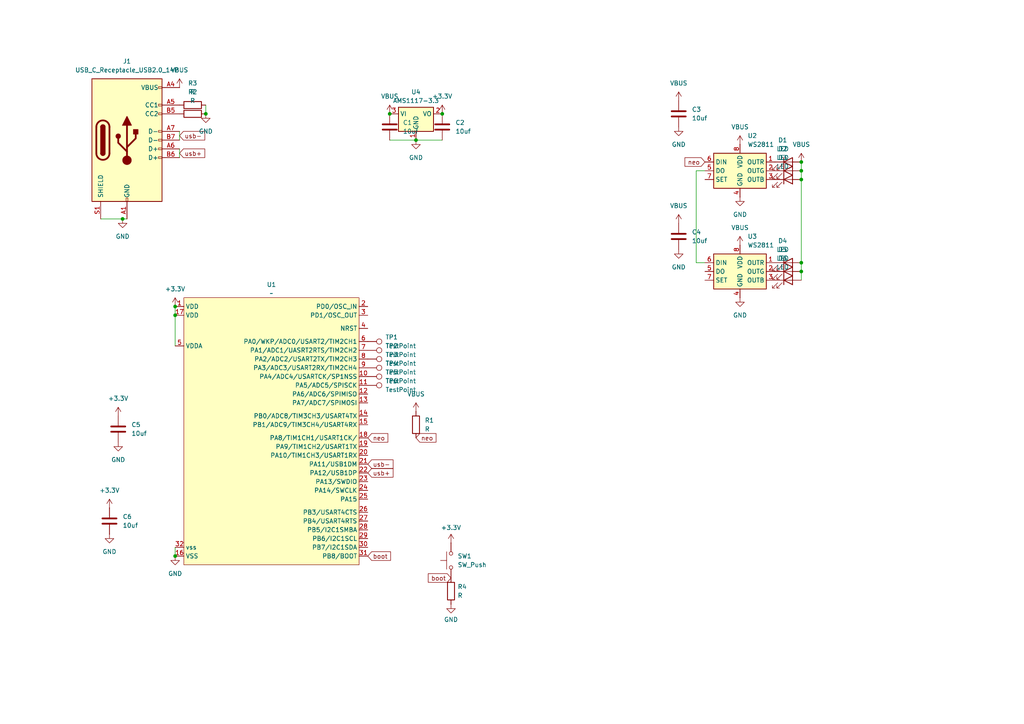
<source format=kicad_sch>
(kicad_sch (version 20231120) (generator "eeschema") (generator_version "8.0")
  (paper "A4")
  (lib_symbols
    (symbol "Connector:TestPoint" (pin_numbers hide) (pin_names (offset 0.762) hide)
      (property "Reference" "TP" (at 0 6.858 0))
      (property "Value" "TestPoint" (at 0 5.08 0))
      (symbol "TestPoint_0_1"
        (circle (center 0 3.302) (radius 0.762))
      )
      (symbol "TestPoint_1_1"
        (pin passive line (at 0 0 90) (length 2.54) (name "1") (number "1"))
      )
    )
    (symbol "Connector:USB_C_Receptacle_USB2.0_14P" (pin_names (offset 1.016))
      (property "Reference" "J" (at 0 22.225 0))
      (property "Value" "USB_C_Receptacle_USB2.0_14P" (at 0 19.685 0))
      (symbol "USB_C_Receptacle_USB2.0_14P_0_0"
        (rectangle (start -0.254 -17.78) (end 0.254 -16.764))
        (rectangle (start 10.16 -4.826) (end 9.144 -5.334))
        (rectangle (start 10.16 -2.286) (end 9.144 -2.794))
        (rectangle (start 10.16 0.254) (end 9.144 -0.254))
        (rectangle (start 10.16 2.794) (end 9.144 2.286))
        (rectangle (start 10.16 7.874) (end 9.144 7.366))
        (rectangle (start 10.16 10.414) (end 9.144 9.906))
        (rectangle (start 10.16 15.494) (end 9.144 14.986))
      )
      (symbol "USB_C_Receptacle_USB2.0_14P_0_1"
        (rectangle (start -10.16 17.78) (end 10.16 -17.78) (stroke (width 0.254)) (fill (type background)))
        (arc (start -8.89 -3.81) (mid -6.985 -5.7067) (end -5.08 -3.81) (stroke (width 0.508)))
        (arc (start -7.62 -3.81) (mid -6.985 -4.4423) (end -6.35 -3.81) (stroke (width 0.254)))
        (arc (start -7.62 -3.81) (mid -6.985 -4.4423) (end -6.35 -3.81) (stroke (width 0.254)) (fill (type outline)))
        (rectangle (start -7.62 -3.81) (end -6.35 3.81) (stroke (width 0.254)) (fill (type outline)))
        (arc (start -6.35 3.81) (mid -6.985 4.4423) (end -7.62 3.81) (stroke (width 0.254)))
        (arc (start -6.35 3.81) (mid -6.985 4.4423) (end -7.62 3.81) (stroke (width 0.254)) (fill (type outline)))
        (arc (start -5.08 3.81) (mid -6.985 5.7067) (end -8.89 3.81) (stroke (width 0.508)))
        (circle (center -2.54 1.143) (radius 0.635) (stroke (width 0.254)) (fill (type outline)))
        (circle (center 0 -5.842) (radius 1.27) (fill (type outline)))
        (polyline (pts (xy -8.89 -3.81) (xy -8.89 3.81)) (stroke (width 0.508)))
        (polyline (pts (xy -5.08 3.81) (xy -5.08 -3.81)) (stroke (width 0.508)))
        (polyline (pts (xy 0 -5.842) (xy 0 4.318)) (stroke (width 0.508)))
        (polyline (pts (xy 0 -3.302) (xy -2.54 -0.762) (xy -2.54 0.508)) (stroke (width 0.508)))
        (polyline (pts (xy 0 -2.032) (xy 2.54 0.508) (xy 2.54 1.778)) (stroke (width 0.508)))
        (polyline (pts (xy -1.27 4.318) (xy 0 6.858) (xy 1.27 4.318) (xy -1.27 4.318)) (stroke (width 0.254)) (fill (type outline)))
        (rectangle (start 1.905 1.778) (end 3.175 3.048) (stroke (width 0.254)) (fill (type outline)))
      )
      (symbol "USB_C_Receptacle_USB2.0_14P_1_1"
        (pin passive line (at 0 -22.86 90) (length 5.08) (name "GND") (number "A1"))
        (pin passive line (at 0 -22.86 90) (length 5.08) hide (name "GND") (number "A12"))
        (pin passive line (at 15.24 15.24 180) (length 5.08) (name "VBUS") (number "A4"))
        (pin bidirectional line (at 15.24 10.16 180) (length 5.08) (name "CC1") (number "A5"))
        (pin bidirectional line (at 15.24 -2.54 180) (length 5.08) (name "D+") (number "A6"))
        (pin bidirectional line (at 15.24 2.54 180) (length 5.08) (name "D-") (number "A7"))
        (pin passive line (at 15.24 15.24 180) (length 5.08) hide (name "VBUS") (number "A9"))
        (pin passive line (at 0 -22.86 90) (length 5.08) hide (name "GND") (number "B1"))
        (pin passive line (at 0 -22.86 90) (length 5.08) hide (name "GND") (number "B12"))
        (pin passive line (at 15.24 15.24 180) (length 5.08) hide (name "VBUS") (number "B4"))
        (pin bidirectional line (at 15.24 7.62 180) (length 5.08) (name "CC2") (number "B5"))
        (pin bidirectional line (at 15.24 -5.08 180) (length 5.08) (name "D+") (number "B6"))
        (pin bidirectional line (at 15.24 0 180) (length 5.08) (name "D-") (number "B7"))
        (pin passive line (at 15.24 15.24 180) (length 5.08) hide (name "VBUS") (number "B9"))
        (pin passive line (at -7.62 -22.86 90) (length 5.08) (name "SHIELD") (number "S1"))
      )
    )
    (symbol "Device:C" (pin_numbers hide) (pin_names (offset 0.254))
      (property "Reference" "C" (at 0.635 2.54 0))
      (property "Value" "C" (at 0.635 -2.54 0))
      (symbol "C_0_1"
        (polyline (pts (xy -2.032 -0.762) (xy 2.032 -0.762)) (stroke (width 0.508)))
        (polyline (pts (xy -2.032 0.762) (xy 2.032 0.762)) (stroke (width 0.508)))
      )
      (symbol "C_1_1"
        (pin passive line (at 0 3.81 270) (length 2.794) (name "~") (number "1"))
        (pin passive line (at 0 -3.81 90) (length 2.794) (name "~") (number "2"))
      )
    )
    (symbol "Device:LED" (pin_numbers hide) (pin_names (offset 1.016) hide)
      (property "Reference" "D" (at 0 2.54 0))
      (property "Value" "LED" (at 0 -2.54 0))
      (symbol "LED_0_1"
        (polyline (pts (xy -1.27 -1.27) (xy -1.27 1.27)) (stroke (width 0.254)))
        (polyline (pts (xy -1.27 0) (xy 1.27 0)))
        (polyline (pts (xy 1.27 -1.27) (xy 1.27 1.27) (xy -1.27 0) (xy 1.27 -1.27)) (stroke (width 0.254)))
        (polyline (pts (xy -3.048 -0.762) (xy -4.572 -2.286) (xy -3.81 -2.286) (xy -4.572 -2.286) (xy -4.572 -1.524)))
        (polyline (pts (xy -1.778 -0.762) (xy -3.302 -2.286) (xy -2.54 -2.286) (xy -3.302 -2.286) (xy -3.302 -1.524)))
      )
      (symbol "LED_1_1"
        (pin passive line (at -3.81 0 0) (length 2.54) (name "K") (number "1"))
        (pin passive line (at 3.81 0 180) (length 2.54) (name "A") (number "2"))
      )
    )
    (symbol "Device:R" (pin_numbers hide) (pin_names (offset 0))
      (property "Reference" "R" (at 2.032 0 90))
      (property "Value" "R" (at 0 0 90))
      (symbol "R_0_1"
        (rectangle (start -1.016 -2.54) (end 1.016 2.54) (stroke (width 0.254)))
      )
      (symbol "R_1_1"
        (pin passive line (at 0 3.81 270) (length 1.27) (name "~") (number "1"))
        (pin passive line (at 0 -3.81 90) (length 1.27) (name "~") (number "2"))
      )
    )
    (symbol "Driver_LED:WS2811"
      (property "Reference" "U" (at -6.35 6.35 0))
      (property "Value" "WS2811" (at 5.08 6.35 0))
      (symbol "WS2811_0_1"
        (rectangle (start -7.62 5.08) (end 7.62 -5.08) (stroke (width 0.254)) (fill (type background)))
      )
      (symbol "WS2811_1_1"
        (pin output line (at 10.16 2.54 180) (length 2.54) (name "OUTR") (number "1"))
        (pin output line (at 10.16 0 180) (length 2.54) (name "OUTG") (number "2"))
        (pin output line (at 10.16 -2.54 180) (length 2.54) (name "OUTB") (number "3"))
        (pin power_in line (at 0 -7.62 90) (length 2.54) (name "GND") (number "4"))
        (pin output line (at -10.16 0 0) (length 2.54) (name "DO") (number "5"))
        (pin input line (at -10.16 2.54 0) (length 2.54) (name "DIN") (number "6"))
        (pin input line (at -10.16 -2.54 0) (length 2.54) (name "SET") (number "7"))
        (pin power_in line (at 0 7.62 270) (length 2.54) (name "VDD") (number "8"))
      )
    )
    (symbol "Regulator_Linear:AMS1117-3.3"
      (property "Reference" "U" (at -3.81 3.175 0))
      (property "Value" "AMS1117-3.3" (at 0 3.175 0))
      (symbol "AMS1117-3.3_0_1"
        (rectangle (start -5.08 -5.08) (end 5.08 1.905) (stroke (width 0.254)) (fill (type background)))
      )
      (symbol "AMS1117-3.3_1_1"
        (pin power_in line (at 0 -7.62 90) (length 2.54) (name "GND") (number "1"))
        (pin power_out line (at 7.62 0 180) (length 2.54) (name "VO") (number "2"))
        (pin power_in line (at -7.62 0 0) (length 2.54) (name "VI") (number "3"))
      )
    )
    (symbol "Switch:SW_Push" (pin_numbers hide) (pin_names (offset 1.016) hide)
      (property "Reference" "SW" (at 1.27 2.54 0))
      (property "Value" "SW_Push" (at 0 -1.524 0))
      (symbol "SW_Push_0_1"
        (circle (center -2.032 0) (radius 0.508))
        (polyline (pts (xy 0 1.27) (xy 0 3.048)))
        (polyline (pts (xy 2.54 1.27) (xy -2.54 1.27)))
        (circle (center 2.032 0) (radius 0.508))
        (pin passive line (at -5.08 0 0) (length 2.54) (name "1") (number "1"))
        (pin passive line (at 5.08 0 180) (length 2.54) (name "2") (number "2"))
      )
    )
    (symbol "ch32v203:CH32V203KxT"
      (property "Reference" "U" (at 0 16.51 0))
      (symbol "CH32V203KxT_1_1"
        (rectangle (start -25.4 36.83) (end 25.4 -40.64) (fill (type background)))
        (pin power_in line (at -27.94 34.29 0) (length 2.54) (name "VDD") (number "1"))
        (pin bidirectional line (at 27.94 13.97 180) (length 2.54) (name "PA4/ADC4/USARTCK/SP1NSS") (number "10"))
        (pin bidirectional line (at 27.94 11.43 180) (length 2.54) (name "PA5/ADC5/SPISCK") (number "11"))
        (pin bidirectional line (at 27.94 8.89 180) (length 2.54) (name "PA6/ADC6/SPIMISO") (number "12"))
        (pin bidirectional line (at 27.94 6.35 180) (length 2.54) (name "PA7/ADC7/SPIMOSI") (number "13"))
        (pin bidirectional line (at 27.94 2.54 180) (length 2.54) (name "PB0/ADC8/TIM3CH3/USART4TX") (number "14"))
        (pin bidirectional line (at 27.94 0 180) (length 2.54) (name "PB1/ADC9/TIM3CH4/USART4RX") (number "15"))
        (pin power_in line (at -27.94 -38.1 0) (length 2.54) (name "VSS") (number "16"))
        (pin power_in line (at -27.94 31.75 0) (length 2.54) (name "VDD") (number "17"))
        (pin bidirectional line (at 27.94 -3.81 180) (length 2.54) (name "PA8/TIM1CH1/USART1CK/") (number "18"))
        (pin bidirectional line (at 27.94 -6.35 180) (length 2.54) (name "PA9/TIM1CH2/USART1TX") (number "19"))
        (pin bidirectional line (at 27.94 34.29 180) (length 2.54) (name "PD0/OSC_IN") (number "2"))
        (pin bidirectional line (at 27.94 -8.89 180) (length 2.54) (name "PA10/TIM1CH3/USART1RX") (number "20"))
        (pin bidirectional line (at 27.94 -11.43 180) (length 2.54) (name "PA11/USB1DM") (number "21"))
        (pin bidirectional line (at 27.94 -13.97 180) (length 2.54) (name "PA12/USB1DP") (number "22"))
        (pin bidirectional line (at 27.94 -16.51 180) (length 2.54) (name "PA13/SWDIO") (number "23"))
        (pin bidirectional line (at 27.94 -19.05 180) (length 2.54) (name "PA14/SWCLK") (number "24"))
        (pin bidirectional line (at 27.94 -21.59 180) (length 2.54) (name "PA15") (number "25"))
        (pin bidirectional line (at 27.94 -25.4 180) (length 2.54) (name "PB3/USART4CTS") (number "26"))
        (pin bidirectional line (at 27.94 -27.94 180) (length 2.54) (name "PB4/USART4RTS") (number "27"))
        (pin bidirectional line (at 27.94 -30.48 180) (length 2.54) (name "PB5/I2C1SMBA") (number "28"))
        (pin bidirectional line (at 27.94 -33.02 180) (length 2.54) (name "PB6/I2C1SCL") (number "29"))
        (pin bidirectional line (at 27.94 31.75 180) (length 2.54) (name "PD1/OSC_OUT") (number "3"))
        (pin bidirectional line (at 27.94 -35.56 180) (length 2.54) (name "PB7/I2C1SDA") (number "30"))
        (pin bidirectional line (at 27.94 -38.1 180) (length 2.54) (name "PB8/BOOT") (number "31"))
        (pin power_in line (at -27.94 -35.56 0) (length 2.54) (name "vss") (number "32"))
        (pin bidirectional line (at 27.94 27.94 180) (length 2.54) (name "NRST") (number "4"))
        (pin power_in line (at -27.94 22.86 0) (length 2.54) (name "VDDA") (number "5"))
        (pin bidirectional line (at 27.94 24.13 180) (length 2.54) (name "PA0/WKP/ADC0/USART2/TIM2CH1") (number "6"))
        (pin bidirectional line (at 27.94 21.59 180) (length 2.54) (name "PA1/ADC1/UASRT2RTS/TIM2CH2") (number "7"))
        (pin bidirectional line (at 27.94 19.05 180) (length 2.54) (name "PA2/ADC2/USART2TX/TIM2CH3") (number "8"))
        (pin bidirectional line (at 27.94 16.51 180) (length 2.54) (name "PA3/ADC3/USART2RX/TIM2CH4") (number "9"))
      )
    )
    (symbol "power:+3.3V" (power) (pin_numbers hide) (pin_names (offset 0) hide)
      (property "Value" "+3.3V" (at 0 3.556 0))
      (symbol "+3.3V_0_1"
        (polyline (pts (xy -0.762 1.27) (xy 0 2.54)))
        (polyline (pts (xy 0 0) (xy 0 2.54)))
        (polyline (pts (xy 0 2.54) (xy 0.762 1.27)))
      )
      (symbol "+3.3V_1_1"
        (pin power_in line (at 0 0 90) (length 0) (name "~") (number "1"))
      )
    )
    (symbol "power:GND" (power) (pin_numbers hide) (pin_names (offset 0) hide)
      (property "Value" "GND" (at 0 -3.81 0))
      (symbol "GND_0_1"
        (polyline (pts (xy 0 0) (xy 0 -1.27) (xy 1.27 -1.27) (xy 0 -2.54) (xy -1.27 -1.27) (xy 0 -1.27)))
      )
      (symbol "GND_1_1"
        (pin power_in line (at 0 0 270) (length 0) (name "~") (number "1"))
      )
    )
    (symbol "power:VBUS" (power) (pin_numbers hide) (pin_names (offset 0) hide)
      (property "Value" "VBUS" (at 0 3.556 0))
      (symbol "VBUS_0_1"
        (polyline (pts (xy -0.762 1.27) (xy 0 2.54)))
        (polyline (pts (xy 0 0) (xy 0 2.54)))
        (polyline (pts (xy 0 2.54) (xy 0.762 1.27)))
      )
      (symbol "VBUS_1_1"
        (pin power_in line (at 0 0 90) (length 0) (name "~") (number "1"))
      )
    )
  )
  (junction (at 50.8 161.29))
  (junction (at 232.41 46.99))
  (junction (at 50.8 91.44))
  (junction (at 113.03 33.02))
  (junction (at 232.41 49.53))
  (junction (at 128.27 33.02))
  (junction (at 35.56 63.5))
  (junction (at 59.69 33.02))
  (junction (at 50.8 88.9))
  (junction (at 120.65 40.64))
  (junction (at 232.41 76.2))
  (junction (at 232.41 52.07))
  (junction (at 232.41 78.74))
  (wire (pts (xy 232.41 46.99) (xy 232.41 49.53)))
  (wire (pts (xy 120.65 40.64) (xy 128.27 40.64)))
  (wire (pts (xy 232.41 49.53) (xy 232.41 52.07)))
  (wire (pts (xy 59.69 30.48) (xy 59.69 33.02)))
  (wire (pts (xy 204.47 49.53) (xy 201.93 49.53)))
  (wire (pts (xy 232.41 78.74) (xy 232.41 81.28)))
  (wire (pts (xy 29.21 63.5) (xy 35.56 63.5)))
  (wire (pts (xy 201.93 49.53) (xy 201.93 76.2)))
  (wire (pts (xy 52.07 43.18) (xy 52.07 45.72)))
  (wire (pts (xy 50.8 91.44) (xy 50.8 100.33)))
  (wire (pts (xy 232.41 76.2) (xy 232.41 78.74)))
  (wire (pts (xy 50.8 88.9) (xy 50.8 91.44)))
  (wire (pts (xy 52.07 38.1) (xy 52.07 40.64)))
  (wire (pts (xy 232.41 52.07) (xy 232.41 76.2)))
  (wire (pts (xy 113.03 40.64) (xy 120.65 40.64)))
  (wire (pts (xy 201.93 76.2) (xy 204.47 76.2)))
  (wire (pts (xy 35.56 63.5) (xy 36.83 63.5)))
  (wire (pts (xy 50.8 158.75) (xy 50.8 161.29)))
  (global_label "boot" (shape input) (at 130.81 167.64 180) (property "Intersheetrefs" "${INTERSHEET_REFS}" (effects (hide yes))))
  (global_label "neo" (shape input) (at 120.65 127 0) (property "Intersheetrefs" "${INTERSHEET_REFS}" (effects (hide yes))))
  (global_label "usb+" (shape input) (at 106.68 137.16 0) (property "Intersheetrefs" "${INTERSHEET_REFS}" (effects (hide yes))))
  (global_label "neo" (shape input) (at 106.68 127 0) (property "Intersheetrefs" "${INTERSHEET_REFS}" (effects (hide yes))))
  (global_label "usb-" (shape input) (at 52.07 39.37 0) (property "Intersheetrefs" "${INTERSHEET_REFS}" (effects (hide yes))))
  (global_label "usb+" (shape input) (at 52.07 44.45 0) (property "Intersheetrefs" "${INTERSHEET_REFS}" (effects (hide yes))))
  (global_label "usb-" (shape input) (at 106.68 134.62 0) (property "Intersheetrefs" "${INTERSHEET_REFS}" (effects (hide yes))))
  (global_label "boot" (shape input) (at 106.68 161.29 0) (property "Intersheetrefs" "${INTERSHEET_REFS}" (effects (hide yes))))
  (global_label "neo" (shape input) (at 204.47 46.99 180) (property "Intersheetrefs" "${INTERSHEET_REFS}" (effects (hide yes))))
  (symbol (lib_id "power:VBUS") (at 214.63 41.91 0) (unit 1)
    (property "Reference" "#PWR016" (effects (hide yes)))
    (property "Value" "VBUS" (at 214.63 36.83 0))
    (property "Description" "Power symbol creates a global label with name \"VBUS\"" (effects (hide yes)))
  )
  (symbol (lib_id "Switch:SW_Push") (at 130.81 162.56 90) (unit 1)
    (property "Reference" "SW1" (at 132.715 161.29 90) (effects (justify right)))
    (property "Value" "SW_Push" (at 132.715 163.83 90) (effects (justify right)))
    (property "Footprint" "Button_Switch_THT:SW_PUSH_6mm" (effects (hide yes)))
  )
  (symbol (lib_id "Connector:TestPoint") (at 106.68 111.76 270) (unit 1)
    (property "Reference" "TP6" (at 111.76 110.4899 90) (effects (justify left)))
    (property "Value" "TestPoint" (at 111.76 113.0299 90) (effects (justify left)))
    (property "Footprint" "custom:TestPoint_Pad_1.0x1.0mm_W_SOLDERMASK" (effects (hide yes)))
    (property "Description" "test point" (effects (hide yes)))
  )
  (symbol (lib_id "Regulator_Linear:AMS1117-3.3") (at 120.65 33.02 0) (unit 1)
    (property "Reference" "U4" (at 120.65 26.67 0))
    (property "Value" "AMS1117-3.3" (at 120.65 29.21 0))
    (property "Footprint" "Package_TO_SOT_SMD:SOT-223-3_TabPin2" (effects (hide yes)))
    (property "Datasheet" "http://www.advanced-monolithic.com/pdf/ds1117.pdf" (effects (hide yes)))
    (property "Description" "1A Low Dropout regulator, positive, 3.3V fixed output, SOT-223" (effects (hide yes)))
  )
  (symbol (lib_id "Device:C") (at 31.75 151.13 0) (unit 1)
    (property "Reference" "C6" (at 35.56 149.8599 0) (effects (justify left)))
    (property "Value" "10uf" (at 35.56 152.3999 0) (effects (justify left)))
    (property "Footprint" "Capacitor_SMD:C_1206_3216Metric_Pad1.33x1.80mm_HandSolder" (effects (hide yes)))
    (property "Description" "Unpolarized capacitor" (effects (hide yes)))
  )
  (symbol (lib_id "power:VBUS") (at 120.65 119.38 0) (unit 1)
    (property "Reference" "#PWR018" (effects (hide yes)))
    (property "Value" "VBUS" (at 120.65 114.3 0))
    (property "Description" "Power symbol creates a global label with name \"VBUS\"" (effects (hide yes)))
  )
  (symbol (lib_id "Connector:TestPoint") (at 106.68 99.06 270) (unit 1)
    (property "Reference" "TP1" (at 111.76 97.7899 90) (effects (justify left)))
    (property "Value" "TestPoint" (at 111.76 100.3299 90) (effects (justify left)))
    (property "Footprint" "custom:TestPoint_Pad_1.0x1.0mm_W_SOLDERMASK" (effects (hide yes)))
    (property "Description" "test point" (effects (hide yes)))
  )
  (symbol (lib_id "power:VBUS") (at 196.85 29.21 0) (unit 1)
    (property "Reference" "#PWR014" (effects (hide yes)))
    (property "Value" "VBUS" (at 196.85 24.13 0))
    (property "Description" "Power symbol creates a global label with name \"VBUS\"" (effects (hide yes)))
  )
  (symbol (lib_id "power:GND") (at 214.63 57.15 0) (unit 1)
    (property "Reference" "#PWR012" (effects (hide yes)))
    (property "Value" "GND" (at 214.63 62.23 0))
    (property "Description" "Power symbol creates a global label with name \"GND\" , ground" (effects (hide yes)))
  )
  (symbol (lib_id "power:VBUS") (at 52.07 25.4 0) (unit 1)
    (property "Reference" "#PWR03" (effects (hide yes)))
    (property "Value" "VBUS" (at 52.07 20.32 0))
    (property "Description" "Power symbol creates a global label with name \"VBUS\"" (effects (hide yes)))
  )
  (symbol (lib_id "Device:R") (at 120.65 123.19 0) (unit 1)
    (property "Reference" "R1" (at 123.19 121.9199 0) (effects (justify left)))
    (property "Value" "R" (at 123.19 124.4599 0) (effects (justify left)))
    (property "Footprint" "Resistor_SMD:R_1206_3216Metric_Pad1.30x1.75mm_HandSolder" (effects (hide yes)))
    (property "Description" "Resistor" (effects (hide yes)))
  )
  (symbol (lib_id "power:VBUS") (at 214.63 71.12 0) (unit 1)
    (property "Reference" "#PWR017" (effects (hide yes)))
    (property "Value" "VBUS" (at 214.63 66.04 0))
    (property "Description" "Power symbol creates a global label with name \"VBUS\"" (effects (hide yes)))
  )
  (symbol (lib_id "power:GND") (at 196.85 36.83 0) (unit 1)
    (property "Reference" "#PWR013" (effects (hide yes)))
    (property "Value" "GND" (at 196.85 41.91 0))
    (property "Description" "Power symbol creates a global label with name \"GND\" , ground" (effects (hide yes)))
  )
  (symbol (lib_id "Device:LED") (at 228.6 52.07 0) (unit 1)
    (property "Reference" "D3" (at 227.0125 45.72 0))
    (property "Value" "LED" (at 227.0125 48.26 0))
    (property "Footprint" "LED_SMD:LED_1206_3216Metric_Pad1.42x1.75mm_HandSolder" (effects (hide yes)))
    (property "Description" "Light emitting diode" (effects (hide yes)))
  )
  (symbol (lib_id "Driver_LED:WS2811") (at 214.63 78.74 0) (unit 1)
    (property "Reference" "U3" (at 216.8241 68.58 0) (effects (justify left)))
    (property "Value" "WS2811" (at 216.8241 71.12 0) (effects (justify left)))
    (property "Footprint" "Package_SO:SO-8_3.9x4.9mm_P1.27mm" (effects (hide yes)))
    (property "Datasheet" "https://cdn-shop.adafruit.com/datasheets/WS2811.pdf" (effects (hide yes)))
    (property "Description" "3-Channel 8-Bit PWM LED Driver, DIP-8/SOIC-8" (effects (hide yes)))
  )
  (symbol (lib_id "Device:LED") (at 228.6 76.2 0) (unit 1)
    (property "Reference" "D4" (at 227.0125 69.85 0))
    (property "Value" "LED" (at 227.0125 72.39 0))
    (property "Footprint" "LED_SMD:LED_1206_3216Metric_Pad1.42x1.75mm_HandSolder" (effects (hide yes)))
    (property "Description" "Light emitting diode" (effects (hide yes)))
  )
  (symbol (lib_id "Connector:TestPoint") (at 106.68 109.22 270) (unit 1)
    (property "Reference" "TP5" (at 111.76 107.9499 90) (effects (justify left)))
    (property "Value" "TestPoint" (at 111.76 110.4899 90) (effects (justify left)))
    (property "Footprint" "custom:TestPoint_Pad_1.0x1.0mm_W_SOLDERMASK" (effects (hide yes)))
    (property "Description" "test point" (effects (hide yes)))
  )
  (symbol (lib_id "Connector:TestPoint") (at 106.68 106.68 270) (unit 1)
    (property "Reference" "TP4" (at 111.76 105.4099 90) (effects (justify left)))
    (property "Value" "TestPoint" (at 111.76 107.9499 90) (effects (justify left)))
    (property "Footprint" "custom:TestPoint_Pad_1.0x1.0mm_W_SOLDERMASK" (effects (hide yes)))
    (property "Description" "test point" (effects (hide yes)))
  )
  (symbol (lib_id "power:VBUS") (at 113.03 33.02 0) (unit 1)
    (property "Reference" "#PWR04" (effects (hide yes)))
    (property "Value" "VBUS" (at 113.03 27.94 0))
    (property "Description" "Power symbol creates a global label with name \"VBUS\"" (effects (hide yes)))
  )
  (symbol (lib_id "power:+3.3V") (at 34.29 120.65 0) (unit 1)
    (property "Reference" "#PWR08" (effects (hide yes)))
    (property "Value" "+3.3V" (at 34.29 115.57 0))
    (property "Description" "Power symbol creates a global label with name \"+3.3V\"" (effects (hide yes)))
  )
  (symbol (lib_id "Device:LED") (at 228.6 46.99 0) (unit 1)
    (property "Reference" "D1" (at 227.0125 40.64 0))
    (property "Value" "LED" (at 227.0125 43.18 0))
    (property "Footprint" "LED_SMD:LED_1206_3216Metric_Pad1.42x1.75mm_HandSolder" (effects (hide yes)))
    (property "Description" "Light emitting diode" (effects (hide yes)))
  )
  (symbol (lib_id "Connector:TestPoint") (at 106.68 101.6 270) (unit 1)
    (property "Reference" "TP2" (at 111.76 100.3299 90) (effects (justify left)))
    (property "Value" "TestPoint" (at 111.76 102.8699 90) (effects (justify left)))
    (property "Footprint" "custom:TestPoint_Pad_1.0x1.0mm_W_SOLDERMASK" (effects (hide yes)))
    (property "Description" "test point" (effects (hide yes)))
  )
  (symbol (lib_id "Device:C") (at 196.85 33.02 0) (unit 1)
    (property "Reference" "C3" (at 200.66 31.7499 0) (effects (justify left)))
    (property "Value" "10uf" (at 200.66 34.2899 0) (effects (justify left)))
    (property "Footprint" "Capacitor_SMD:C_1206_3216Metric_Pad1.33x1.80mm_HandSolder" (effects (hide yes)))
    (property "Description" "Unpolarized capacitor" (effects (hide yes)))
  )
  (symbol (lib_id "Connector:USB_C_Receptacle_USB2.0_14P") (at 36.83 40.64 0) (unit 1)
    (property "Reference" "J1" (at 36.83 17.78 0))
    (property "Value" "USB_C_Receptacle_USB2.0_14P" (at 36.83 20.32 0))
    (property "Footprint" "Connector_USB:USB_C_Receptacle_GCT_USB4105-xx-A_16P_TopMnt_Horizontal" (effects (hide yes)))
    (property "Datasheet" "https://www.usb.org/sites/default/files/documents/usb_type-c.zip" (effects (hide yes)))
    (property "Description" "USB 2.0-only 14P Type-C Receptacle connector" (effects (hide yes)))
  )
  (symbol (lib_id "Device:C") (at 113.03 36.83 0) (unit 1)
    (property "Reference" "C1" (at 116.84 35.5599 0) (effects (justify left)))
    (property "Value" "10uf" (at 116.84 38.0999 0) (effects (justify left)))
    (property "Footprint" "Capacitor_SMD:C_1206_3216Metric_Pad1.33x1.80mm_HandSolder" (effects (hide yes)))
    (property "Description" "Unpolarized capacitor" (effects (hide yes)))
  )
  (symbol (lib_id "Device:R") (at 55.88 30.48 270) (unit 1)
    (property "Reference" "R3" (at 55.88 24.13 90))
    (property "Value" "R" (at 55.88 26.67 90))
    (property "Footprint" "Resistor_SMD:R_1206_3216Metric_Pad1.30x1.75mm_HandSolder" (effects (hide yes)))
    (property "Description" "Resistor" (effects (hide yes)))
  )
  (symbol (lib_id "power:GND") (at 130.81 175.26 0) (unit 1)
    (property "Reference" "#PWR024" (effects (hide yes)))
    (property "Value" "GND" (at 130.81 179.705 0))
  )
  (symbol (lib_id "Device:R") (at 55.88 33.02 270) (unit 1)
    (property "Reference" "R2" (at 55.88 26.67 90))
    (property "Value" "R" (at 55.88 29.21 90))
    (property "Footprint" "Resistor_SMD:R_1206_3216Metric_Pad1.30x1.75mm_HandSolder" (effects (hide yes)))
    (property "Description" "Resistor" (effects (hide yes)))
  )
  (symbol (lib_id "power:VBUS") (at 232.41 46.99 0) (unit 1)
    (property "Reference" "#PWR022" (effects (hide yes)))
    (property "Value" "VBUS" (at 232.41 41.91 0))
    (property "Description" "Power symbol creates a global label with name \"VBUS\"" (effects (hide yes)))
  )
  (symbol (lib_id "Device:C") (at 128.27 36.83 0) (unit 1)
    (property "Reference" "C2" (at 132.08 35.5599 0) (effects (justify left)))
    (property "Value" "10uf" (at 132.08 38.0999 0) (effects (justify left)))
    (property "Footprint" "Capacitor_SMD:C_1206_3216Metric_Pad1.33x1.80mm_HandSolder" (effects (hide yes)))
    (property "Description" "Unpolarized capacitor" (effects (hide yes)))
  )
  (symbol (lib_id "power:GND") (at 31.75 154.94 0) (unit 1)
    (property "Reference" "#PWR021" (effects (hide yes)))
    (property "Value" "GND" (at 31.75 160.02 0))
    (property "Description" "Power symbol creates a global label with name \"GND\" , ground" (effects (hide yes)))
  )
  (symbol (lib_id "power:GND") (at 59.69 33.02 0) (unit 1)
    (property "Reference" "#PWR019" (effects (hide yes)))
    (property "Value" "GND" (at 59.69 38.1 0))
    (property "Description" "Power symbol creates a global label with name \"GND\" , ground" (effects (hide yes)))
  )
  (symbol (lib_id "Device:LED") (at 228.6 78.74 0) (unit 1)
    (property "Reference" "D5" (at 227.0125 72.39 0))
    (property "Value" "LED" (at 227.0125 74.93 0))
    (property "Footprint" "LED_SMD:LED_1206_3216Metric_Pad1.42x1.75mm_HandSolder" (effects (hide yes)))
    (property "Description" "Light emitting diode" (effects (hide yes)))
  )
  (symbol (lib_id "ch32v203:CH32V203KxT") (at 78.74 123.19 0) (unit 1)
    (property "Reference" "U1" (at 78.74 82.55 0))
    (property "Value" "~" (at 78.74 85.09 0))
    (property "Footprint" "Package_QFP:LQFP-32_7x7mm_P0.8mm" (effects (hide yes)))
  )
  (symbol (lib_id "power:+3.3V") (at 130.81 157.48 0) (unit 1)
    (property "Reference" "#PWR023" (effects (hide yes)))
    (property "Value" "+3.3V" (at 130.81 153.035 0))
  )
  (symbol (lib_id "Connector:TestPoint") (at 106.68 104.14 270) (unit 1)
    (property "Reference" "TP3" (at 111.76 102.8699 90) (effects (justify left)))
    (property "Value" "TestPoint" (at 111.76 105.4099 90) (effects (justify left)))
    (property "Footprint" "custom:TestPoint_Pad_1.0x1.0mm_W_SOLDERMASK" (effects (hide yes)))
    (property "Description" "test point" (effects (hide yes)))
  )
  (symbol (lib_id "power:GND") (at 120.65 40.64 0) (unit 1)
    (property "Reference" "#PWR02" (effects (hide yes)))
    (property "Value" "GND" (at 120.65 45.72 0))
    (property "Description" "Power symbol creates a global label with name \"GND\" , ground" (effects (hide yes)))
  )
  (symbol (lib_id "power:GND") (at 34.29 128.27 0) (unit 1)
    (property "Reference" "#PWR09" (effects (hide yes)))
    (property "Value" "GND" (at 34.29 133.35 0))
    (property "Description" "Power symbol creates a global label with name \"GND\" , ground" (effects (hide yes)))
  )
  (symbol (lib_id "Device:C") (at 34.29 124.46 0) (unit 1)
    (property "Reference" "C5" (at 38.1 123.1899 0) (effects (justify left)))
    (property "Value" "10uf" (at 38.1 125.7299 0) (effects (justify left)))
    (property "Footprint" "Capacitor_SMD:C_1206_3216Metric_Pad1.33x1.80mm_HandSolder" (effects (hide yes)))
    (property "Description" "Unpolarized capacitor" (effects (hide yes)))
  )
  (symbol (lib_id "Driver_LED:WS2811") (at 214.63 49.53 0) (unit 1)
    (property "Reference" "U2" (at 216.8241 39.37 0) (effects (justify left)))
    (property "Value" "WS2811" (at 216.8241 41.91 0) (effects (justify left)))
    (property "Footprint" "Package_SO:SO-8_3.9x4.9mm_P1.27mm" (effects (hide yes)))
    (property "Datasheet" "https://cdn-shop.adafruit.com/datasheets/WS2811.pdf" (effects (hide yes)))
    (property "Description" "3-Channel 8-Bit PWM LED Driver, DIP-8/SOIC-8" (effects (hide yes)))
  )
  (symbol (lib_id "Device:R") (at 130.81 171.45 0) (unit 1)
    (property "Reference" "R4" (at 132.715 170.18 0) (effects (justify left)))
    (property "Value" "R" (at 132.715 172.72 0) (effects (justify left)))
    (property "Footprint" "Resistor_SMD:R_1206_3216Metric_Pad1.30x1.75mm_HandSolder" (effects (hide yes)))
  )
  (symbol (lib_id "power:+3.3V") (at 31.75 147.32 0) (unit 1)
    (property "Reference" "#PWR020" (effects (hide yes)))
    (property "Value" "+3.3V" (at 31.75 142.24 0))
    (property "Description" "Power symbol creates a global label with name \"+3.3V\"" (effects (hide yes)))
  )
  (symbol (lib_id "power:GND") (at 196.85 72.39 0) (unit 1)
    (property "Reference" "#PWR011" (effects (hide yes)))
    (property "Value" "GND" (at 196.85 77.47 0))
    (property "Description" "Power symbol creates a global label with name \"GND\" , ground" (effects (hide yes)))
  )
  (symbol (lib_id "power:GND") (at 35.56 63.5 0) (unit 1)
    (property "Reference" "#PWR01" (effects (hide yes)))
    (property "Value" "GND" (at 35.56 68.58 0))
    (property "Description" "Power symbol creates a global label with name \"GND\" , ground" (effects (hide yes)))
  )
  (symbol (lib_id "power:+3.3V") (at 50.8 88.9 0) (unit 1)
    (property "Reference" "#PWR06" (effects (hide yes)))
    (property "Value" "+3.3V" (at 50.8 83.82 0))
    (property "Description" "Power symbol creates a global label with name \"+3.3V\"" (effects (hide yes)))
  )
  (symbol (lib_id "power:VBUS") (at 196.85 64.77 0) (unit 1)
    (property "Reference" "#PWR015" (effects (hide yes)))
    (property "Value" "VBUS" (at 196.85 59.69 0))
    (property "Description" "Power symbol creates a global label with name \"VBUS\"" (effects (hide yes)))
  )
  (symbol (lib_id "power:+3.3V") (at 128.27 33.02 0) (unit 1)
    (property "Reference" "#PWR05" (effects (hide yes)))
    (property "Value" "+3.3V" (at 128.27 27.94 0))
    (property "Description" "Power symbol creates a global label with name \"+3.3V\"" (effects (hide yes)))
  )
  (symbol (lib_id "power:GND") (at 50.8 161.29 0) (unit 1)
    (property "Reference" "#PWR07" (effects (hide yes)))
    (property "Value" "GND" (at 50.8 166.37 0))
    (property "Description" "Power symbol creates a global label with name \"GND\" , ground" (effects (hide yes)))
  )
  (symbol (lib_id "Device:LED") (at 228.6 49.53 0) (unit 1)
    (property "Reference" "D2" (at 227.0125 43.18 0))
    (property "Value" "LED" (at 227.0125 45.72 0))
    (property "Footprint" "LED_SMD:LED_1206_3216Metric_Pad1.42x1.75mm_HandSolder" (effects (hide yes)))
    (property "Description" "Light emitting diode" (effects (hide yes)))
  )
  (symbol (lib_id "Device:C") (at 196.85 68.58 0) (unit 1)
    (property "Reference" "C4" (at 200.66 67.3099 0) (effects (justify left)))
    (property "Value" "10uf" (at 200.66 69.8499 0) (effects (justify left)))
    (property "Footprint" "Capacitor_SMD:C_1206_3216Metric_Pad1.33x1.80mm_HandSolder" (effects (hide yes)))
    (property "Description" "Unpolarized capacitor" (effects (hide yes)))
  )
  (symbol (lib_id "Device:LED") (at 228.6 81.28 0) (unit 1)
    (property "Reference" "D6" (at 227.0125 74.93 0))
    (property "Value" "LED" (at 227.0125 77.47 0))
    (property "Footprint" "LED_SMD:LED_1206_3216Metric_Pad1.42x1.75mm_HandSolder" (effects (hide yes)))
    (property "Description" "Light emitting diode" (effects (hide yes)))
  )
  (symbol (lib_id "power:GND") (at 214.63 86.36 0) (unit 1)
    (property "Reference" "#PWR010" (effects (hide yes)))
    (property "Value" "GND" (at 214.63 91.44 0))
    (property "Description" "Power symbol creates a global label with name \"GND\" , ground" (effects (hide yes)))
  )
)
</source>
